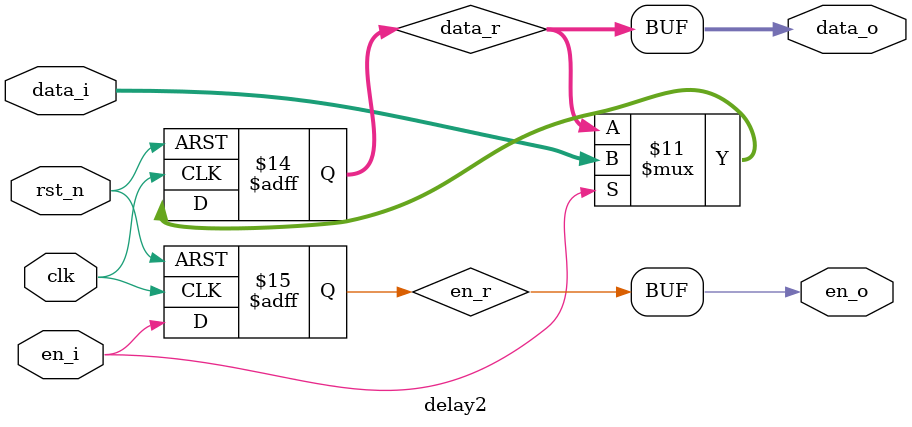
<source format=v>
module delay2 #(
  parameter         DATA_WIDH = 20
)
(
  input  wire                 clk,
  input  wire                 rst_n,

  input  wire                 en_i,
  input  wire [DATA_WIDH-1:0] data_i,

  output wire                 en_o,
  output wire [DATA_WIDH-1:0] data_o
);
  reg                         en_r;
  reg                         en_r2;
  reg         [DATA_WIDH-1:0] data_r;
  reg         [DATA_WIDH-1:0] data_r2;
always @(posedge clk or negedge rst_n) begin : get_en
  if(rst_n == 1'b0) begin
    en_r  <= 1'b0;
    en_r2 <= 1'b0;
  end else begin
    en_r  <= en_i;
    en_r2 <= en_r;
  end
end
always @(posedge clk or negedge rst_n) begin : register1
  if(rst_n == 1'b0) begin
    data_r  <= 'd0;
  end else if(en_i == 1'b1) begin
    data_r  <= data_i;
  end
end
always @(posedge clk or negedge rst_n) begin : register2
  if(rst_n == 1'b0) begin
    data_r2  <= 'd0;
  end else if(en_r == 1'b1) begin
    data_r2  <= data_r;
  end
end
assign en_o   = en_r;//en_r
assign data_o = data_r;//data_r
endmodule
</source>
